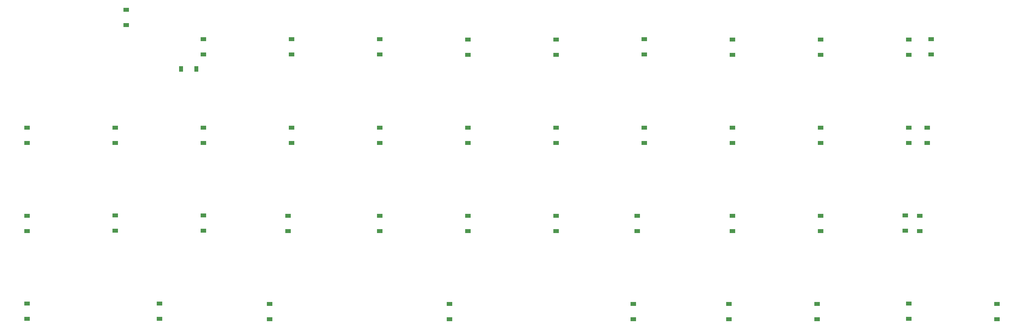
<source format=gbr>
G04 #@! TF.GenerationSoftware,KiCad,Pcbnew,6.0.10-86aedd382b~118~ubuntu20.04.1*
G04 #@! TF.CreationDate,2023-01-08T22:55:38-06:00*
G04 #@! TF.ProjectId,keyboard,6b657962-6f61-4726-942e-6b696361645f,rev?*
G04 #@! TF.SameCoordinates,Original*
G04 #@! TF.FileFunction,Paste,Bot*
G04 #@! TF.FilePolarity,Positive*
%FSLAX46Y46*%
G04 Gerber Fmt 4.6, Leading zero omitted, Abs format (unit mm)*
G04 Created by KiCad (PCBNEW 6.0.10-86aedd382b~118~ubuntu20.04.1) date 2023-01-08 22:55:38*
%MOMM*%
%LPD*%
G01*
G04 APERTURE LIST*
%ADD10R,1.200000X0.900000*%
%ADD11R,0.900000X1.200000*%
G04 APERTURE END LIST*
D10*
X193512800Y-98644900D03*
X193512800Y-95344900D03*
X62544050Y-60544900D03*
X62544050Y-57244900D03*
X255425300Y-79594900D03*
X255425300Y-76294900D03*
X114931550Y-98644900D03*
X114931550Y-95344900D03*
X257012800Y-60544900D03*
X257012800Y-57244900D03*
X62544050Y-79594900D03*
X62544050Y-76294900D03*
X91119050Y-98582400D03*
X91119050Y-95282400D03*
X257806550Y-41432400D03*
X257806550Y-38132400D03*
X62544050Y-98582400D03*
X62544050Y-95282400D03*
X153825300Y-98644900D03*
X153825300Y-95344900D03*
X81594050Y-60544900D03*
X81594050Y-57244900D03*
X157794050Y-41494900D03*
X157794050Y-38194900D03*
X118900300Y-79594900D03*
X118900300Y-76294900D03*
X214944050Y-79594900D03*
X214944050Y-76294900D03*
X138744050Y-79594900D03*
X138744050Y-76294900D03*
X233994050Y-79594900D03*
X233994050Y-76294900D03*
X214944050Y-60544900D03*
X214944050Y-57244900D03*
X119694050Y-41432400D03*
X119694050Y-38132400D03*
X272094050Y-98644900D03*
X272094050Y-95344900D03*
X157794050Y-60544900D03*
X157794050Y-57244900D03*
X194306550Y-79594900D03*
X194306550Y-76294900D03*
X233994050Y-60544900D03*
X233994050Y-57244900D03*
X176844050Y-41494900D03*
X176844050Y-38194900D03*
X176844050Y-79594900D03*
X176844050Y-76294900D03*
X195894050Y-41432400D03*
X195894050Y-38132400D03*
X176844050Y-60544900D03*
X176844050Y-57244900D03*
X195894050Y-60544900D03*
X195894050Y-57244900D03*
X253044050Y-60544900D03*
X253044050Y-57244900D03*
X138744050Y-41432400D03*
X138744050Y-38132400D03*
X233200300Y-98644900D03*
X233200300Y-95344900D03*
X83975300Y-35082400D03*
X83975300Y-31782400D03*
X100644050Y-60544900D03*
X100644050Y-57244900D03*
X119694050Y-60544900D03*
X119694050Y-57244900D03*
X253044050Y-41494900D03*
X253044050Y-38194900D03*
X252250300Y-79532400D03*
X252250300Y-76232400D03*
X214150300Y-98644900D03*
X214150300Y-95344900D03*
X138744050Y-60544900D03*
X138744050Y-57244900D03*
D11*
X99056550Y-44607400D03*
X95756550Y-44607400D03*
D10*
X214944050Y-41494900D03*
X214944050Y-38194900D03*
X157794050Y-79594900D03*
X157794050Y-76294900D03*
X100644050Y-41432400D03*
X100644050Y-38132400D03*
X100644050Y-79532400D03*
X100644050Y-76232400D03*
X233994050Y-41494900D03*
X233994050Y-38194900D03*
X81594050Y-79532400D03*
X81594050Y-76232400D03*
X253044050Y-98582400D03*
X253044050Y-95282400D03*
M02*

</source>
